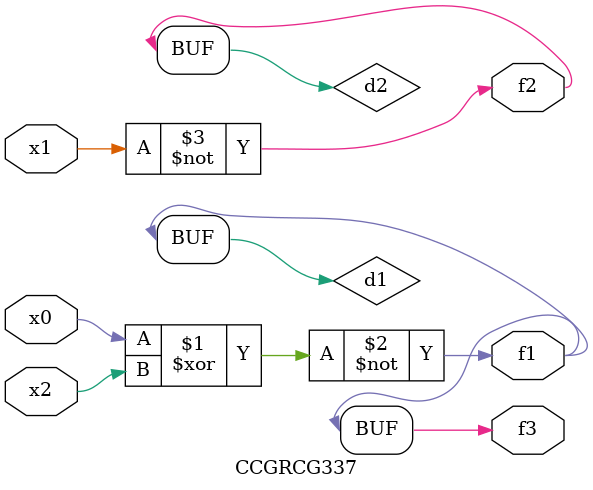
<source format=v>
module CCGRCG337(
	input x0, x1, x2,
	output f1, f2, f3
);

	wire d1, d2, d3;

	xnor (d1, x0, x2);
	nand (d2, x1);
	nor (d3, x1, x2);
	assign f1 = d1;
	assign f2 = d2;
	assign f3 = d1;
endmodule

</source>
